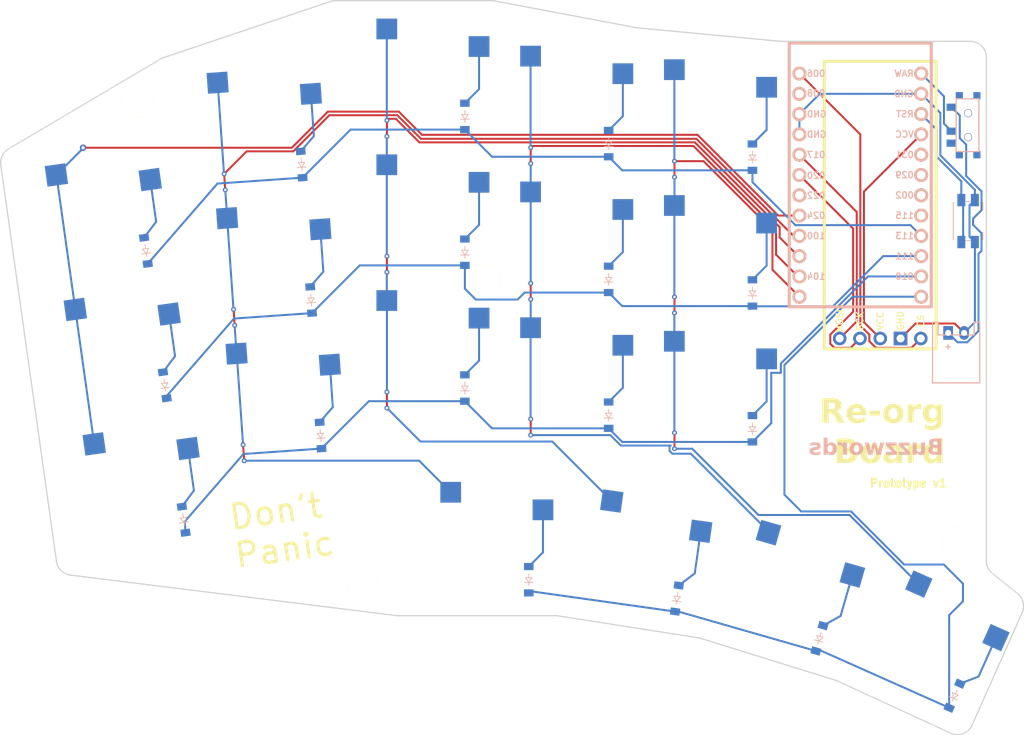
<source format=kicad_pcb>
(kicad_pcb (version 20240108) (generator "pcbnew") (generator_version "8.0")
  (title_block (title "left") (rev "v1.0.0") (company "Unknown"))
  (layers (0 "F.Cu" signal) (31 "B.Cu" signal) (34 "B.Paste" user) (35 "F.Paste" user) (36 "B.SilkS" user "B.Silkscreen") (37 "F.SilkS" user "F.Silkscreen") (38 "B.Mask" user) (39 "F.Mask" user) (44 "Edge.Cuts" user))
  (net 0 "")
  (net 1 "P024")
  (net 2 "pinky_bottom")
  (net 3 "pinky_home")
  (net 4 "pinky_top")
  (net 5 "P100")
  (net 6 "ring_bottom")
  (net 7 "ring_home")
  (net 8 "ring_top")
  (net 9 "P011")
  (net 10 "middle_bottom")
  (net 11 "middle_home")
  (net 12 "middle_top")
  (net 13 "P104")
  (net 14 "index_bottom")
  (net 15 "index_home")
  (net 16 "index_top")
  (net 17 "P106")
  (net 18 "inner_bottom")
  (net 19 "inner_home")
  (net 20 "inner_top")
  (net 21 "thumb1_cluster")
  (net 22 "thumb2_cluster")
  (net 23 "thumb3_cluster")
  (net 24 "thumb4_cluster")
  (net 25 "P010")
  (net 26 "P111")
  (net 27 "P113")
  (net 28 "P009")
  (net 29 "RAW")
  (net 30 "GND")
  (net 31 "RST")
  (net 32 "VCC")
  (net 33 "P031")
  (net 34 "P029")
  (net 35 "P002")
  (net 36 "P115")
  (net 37 "P006")
  (net 38 "P008")
  (net 39 "P017")
  (net 40 "P020")
  (net 41 "P022")
  (net 42 "pos")
  (footprint "E73:SPDT_C128955" (layer "F.Cu") (at 204.24407 54.800818 -90)
    (property "Reference" "T1" (hide yes))
    (property "Value" "" (hide yes))
  )
  (footprint "HOLE_M2_TH" (layer "F.Cu") (at 143.74407 74.200817)
    (property "Reference" "")
    (property "Value" "")
  )
  (footprint "VIA-0.6mm" (layer "F.Cu") (at 113.616737 96.808953 4)
    (property "Reference" "REF**" (hide yes))
    (property "Value" "VIA-0.6mm" (hide yes))
  )
  (footprint "PG1350" (layer "F.Cu") (at 180.763587 112.436001 -16)
    (property "Reference" "S18" (hide yes))
    (property "Value" "" (hide yes))
  )
  (footprint "VIA-0.6mm" (layer "F.Cu") (at 131.484065 54.200822)
    (property "Reference" "REF**" (hide yes))
    (property "Value" "VIA-0.6mm" (hide yes))
  )
  (footprint "VIA-0.6mm" (layer "F.Cu") (at 167.484069 93.300821)
    (property "Reference" "REF**" (hide yes))
    (property "Value" "VIA-0.6mm" (hide yes))
  )
  (footprint "PG1350" (layer "F.Cu") (at 170.744066 70.800822)
    (property "Reference" "S14" (hide yes))
    (property "Value" "" (hide yes))
  )
  (footprint "ComboDiode" (layer "F.Cu") (at 141.244067 87.700821 90)
    (property "Reference" "D7" (hide yes))
    (property "Value" "" (hide yes))
  )
  (footprint "ComboDiode" (layer "F.Cu") (at 103.678219 87.345708 98)
    (property "Reference" "D2" (hide yes))
    (property "Value" "" (hide yes))
  )
  (footprint "ComboDiode" (layer "F.Cu") (at 149.244067 111.700821 90)
    (property "Reference" "D16" (hide yes))
    (property "Value" "" (hide yes))
  )
  (footprint "PG1350" (layer "F.Cu") (at 115.159764 72.14123 4)
    (property "Reference" "S5" (hide yes))
    (property "Value" "" (hide yes))
  )
  (footprint "ComboDiode" (layer "F.Cu") (at 123.178574 93.634222 94)
    (property "Reference" "D4" (hide yes))
    (property "Value" "" (hide yes))
  )
  (footprint "ComboDiode" (layer "F.Cu") (at 177.244065 92.800823 90)
    (property "Reference" "D13" (hide yes))
    (property "Value" "" (hide yes))
  )
  (footprint "lib:niceView_headers" (layer "F.Cu") (at 193.244069 82.800823 90)
    (property "Reference" "niceView1" (hide yes))
    (property "Value" "niceView" (hide yes))
  )
  (footprint "VIA-0.6mm" (layer "F.Cu") (at 131.484066 71.200821)
    (property "Reference" "REF**" (hide yes))
    (property "Value" "VIA-0.6mm" (hide yes))
  )
  (footprint "PG1350" (layer "F.Cu") (at 96.545611 83.298993 8)
    (property "Reference" "S2" (hide yes))
    (property "Value" "" (hide yes))
  )
  (footprint "VIA-0.6mm" (layer "F.Cu") (at 167.484067 61.300818)
    (property "Reference" "REF**" (hide yes))
    (property "Value" "VIA-0.6mm" (hide yes))
  )
  (footprint "VIA-0.6mm" (layer "F.Cu") (at 131.484065 90.200821)
    (property "Reference" "REF**" (hide yes))
    (property "Value" "VIA-0.6mm" (hide yes))
  )
  (footprint "VIA-0.6mm" (layer "F.Cu") (at 111.105503 60.896649 4)
    (property "Reference" "REF**" (hide yes))
    (property "Value" "VIA-0.6mm" (hide yes))
  )
  (footprint "ComboDiode" (layer "F.Cu") (at 121.992708 76.675631 94)
    (property "Reference" "D5" (hide yes))
    (property "Value" "" (hide yes))
  )
  (footprint "Panasonic_EVQPUL_EVQPUC" (layer "F.Cu") (at 204.244068 66.800821 -90)
    (property "Reference" "B1" (hide yes))
    (property "Value" "Panasonic_EVQPUL_EVQPUC" (hide yes))
  )
  (footprint "VIA-0.6mm" (layer "F.Cu") (at 149.484067 57.600821)
    (property "Reference" "REF**" (hide yes))
    (property "Value" "VIA-0.6mm" (hide yes))
  )
  (footprint "HOLE_M2_TH" (layer "F.Cu") (at 128.344067 111.800818)
    (property "Reference" "")
    (property "Value" "")
  )
  (footprint "PG1350" (layer "F.Cu") (at 113.973903 55.182642 4)
    (property "Reference" "S6" (hide yes))
    (property "Value" "" (hide yes))
  )
  (footprint "PG1350" (layer "F.Cu") (at 152.744066 52.100822)
    (property "Reference" "S12" (hide yes))
    (property "Value" "" (hide yes))
  )
  (footprint "VIA-0.6mm" (layer "F.Cu") (at 112.430876 79.850364 4)
    (property "Reference" "REF**" (hide yes))
    (property "Value" "VIA-0.6mm" (hide yes))
  )
  (footprint "ComboDiode" (layer "F.Cu") (at 159.244069 91.100821 90)
    (property "Reference" "D10" (hide yes))
    (property "Value" "" (hide yes))
  )
  (footprint "ComboDiode" (layer "F.Cu") (at 141.244069 53.700819 90)
    (property "Reference" "D9" (hide yes))
    (property "Value" "" (hide yes))
  )
  (footprint "ComboDiode" (layer "F.Cu") (at 101.312278 70.511152 98)
    (property "Reference" "D3" (hide yes))
    (property "Value" "" (hide yes))
  )
  (footprint "VIA-0.6mm" (layer "F.Cu") (at 149.484067 91.600823)
    (property "Reference" "REF**" (hide yes))
    (property "Value" "VIA-0.6mm" (hide yes))
  )
  (footprint "ComboDiode" (layer "F.Cu") (at 120.806851 59.717042 94)
    (property "Reference" "D6" (hide yes))
    (property "Value" "" (hide yes))
  )
  (footprint "ComboDiode" (layer "F.Cu") (at 167.78942 114.052894 82)
    (property "Reference" "D17" (hide yes))
    (property "Value" "" (hide yes))
  )
  (footprint "ComboDiode" (layer "F.Cu") (at 202.544688 126.223938 66)
    (property "Reference" "D19" (hide yes))
    (property "Value" "" (hide yes))
  )
  (footprint "PG1350" (layer "F.Cu") (at 116.345623 89.099819 4)
    (property "Reference" "S4" (hide yes))
    (property "Value" "" (hide yes))
  )
  (footprint "JST_PH_S2B-PH-K_02x2.00mm_Angled" (layer "F.Cu") (at 202.744068 80.800821)
    (property "Reference" "JST1" (hide yes))
    (property "Value" "" (hide yes))
  )
  (footprint "PG1350" (layer "F.Cu") (at 134.74407 65.700816)
    (property "Reference" "S8" (hide yes))
    (property "Value" "" (hide yes))
  )
  (footprint "nice_nano" (layer "F.Cu") (at 190.74407 62.300822 -90)
    (property "Reference" "MCU1" (hide yes))
    (property "Value" "nice_nano" (hide yes))
  )
  (footprint "VIA-0.6mm" (layer "F.Cu") (at 167.48407 76.300819)
    (property "Reference" "REF**" (hide yes))
    (property "Value" "VIA-0.6mm" (hide yes))
  )
  (footprint "VIA-0.6mm" (layer "F.Cu") (at 167.484069 78.30082)
    (property "Reference" "REF**" (hide yes))
    (property "Value" "VIA-0.6mm" (hide yes))
  )
  (footprint "VIA-0.6mm" (layer "F.Cu") (at 149.484068 76.60082)
    (property "Reference" "REF**" (hide yes))
    (property "Value" "VIA-0.6mm" (hide yes))
  )
  (footprint "ComboDiode" (layer "F.Cu") (at 159.244069 74.100823 90)
    (property "Reference" "D11" (hide yes))
    (property "Value" "" (hide yes))
  )
  (footprint "ComboDiode" (layer "F.Cu") (at 141.244065 70.700821 90)
    (property "Reference" "D8" (hide yes))
    (property "Value" "" (hide yes))
  )
  (footprint "VIA-0.6mm" (layer "F.Cu") (at 167.484069 59.300818)
    (property "Reference" "REF**" (hide yes))
    (property "Value" "VIA-0.6mm" (hide yes))
  )
  (footprint "ComboDiode" (layer "F.Cu") (at 177.244071 58.800819 90)
    (property "Reference" "D15" (hide yes))
    (property "Value" "" (hide yes))
  )
  (footprint "ComboDiode" (layer "F.Cu") (at 159.244071 57.100819 90)
    (property "Reference" "D12" (hide yes))
    (property "Value" "" (hide yes))
  )
  (footprint "PG1350" (layer "F.Cu") (at 152.744069 86.10082)
    (property "Reference" "S10" (hide yes))
    (property "Value" "" (hide yes))
  )
  (footprint "PG1350" (layer "F.Cu") (at 170.744066 87.800822)
    (property "Reference" "S13" (hide yes))
    (property "Value" "" (hide yes))
  )
  (footprint "VIA-0.6mm" (layer "F.Cu") (at 131.484066 73.20082)
    (property "Reference" "REF**" (hide yes))
    (property "Value" "VIA-0.6mm" (hide yes))
  )
  (footprint "VIA-0.6mm" (layer "F.Cu") (at 111.245017 62.891775 4)
    (property "Reference" "REF**" (hide yes))
    (property "Value" "VIA-0.6mm" (hide yes))
  )
  (footprint "VIA-0.6mm" (layer "F.Cu") (at 149.484068 74.60082)
    (property "Reference" "REF**" (hide yes))
    (property "Value" "VIA-0.6mm" (hide yes))
  )
  (footprint "ComboDiode" (layer "F.Cu") (at 185.633601 119.033955 74)
    (property "Reference" "D18" (hide yes))
    (property "Value" "" (hide yes))
  )
  (footprint "ComboDiode" (layer "F.Cu") (at 106.044163 104.180267 98)
    (property "Reference" "D1" (hide yes))
    (property "Value" "" (hide yes))
  )
  (footprint "VIA-0.6mm" (layer "F.Cu") (at 167.48407 95.300821)
    (property "Reference" "REF**" (hide yes))
    (property "Value" "VIA-0.6mm" (hide yes))
  )
  (footprint "PG1350" (layer "F.Cu") (at 98.911557 100.133552 8)
    (property "Reference" "S1" (hide yes))
    (property "Value" "" (hide yes))
  )
  (footprint "VIA-0.6mm" (layer "F.Cu") (at 131.484067 56.200822)
    (property "Reference" "REF**" (hide yes))
    (property "Value" "VIA-0.6mm" (hide yes))
  )
  (footprint "VIA-0.6mm" (layer "F.Cu") (at 112.291365 77.855237 4)
    (property "Reference" "REF**" (hide yes))
    (property "Value" "VIA-0.6mm" (hide yes))
  )
  (footprint "PG1350" (layer "F.Cu") (at 198.640327 119.012422 -24)
    (property "Reference" "S19" (hide yes))
    (property "Value" "" (hide yes))
  )
  (footprint "PG1350" (layer "F.Cu") (at 94.179668 66.464437 8)
    (property "Reference" "S3" (hide yes))
    (property "Value" "" (hide yes))
  )
  (footprint "VIA-0.6mm" (layer "F.Cu") (at 131.484068 88.200822)
    (property "Reference" "REF**" (hide yes))
    (property "Value" "VIA-0.6mm" (hide yes))
  )
  (footprint "PG1350" (layer "F.Cu") (at 152.744067 69.100819)
    (property "Reference" "S11" (hide yes))
    (property "Value" "" (hide yes))
  )
  (footprint "PG1350" (layer "F.Cu") (at 142.74407 106.70082)
    (property "Reference" "S16" (hide yes))
    (property "Value" "" (hide yes))
  )
  (footprint "HOLE_M2_TH" (layer "F.Cu") (at 203.00403 106.998654 -24)
    (property "Reference" "")
    (property "Value" "")
  )
  (footprint "PG1350" (layer "F.Cu") (at 170.744068 53.800822)
    (property "Reference" "S15" (hide yes))
    (property "Value" "" (hide yes))
  )
  (footprint "HOLE_M2_TH" (layer "F.Cu") (at 100.210321 51.884707 4)
    (property "Reference" "")
    (property "Value" "")
  )
  (footprint "PG1350" (layer "F.Cu") (at 134.744065 48.700819)
    (property "Reference" "S9" (hide yes))
    (property "Value" "" (hide yes))
  )
  (footprint "ComboDiode" (layer "F.Cu") (at 177.244067 75.800823 90)
    (property "Reference" "D14" (hide yes))
    (property "Value" "" (hide yes))
  )
  (footprint "VIA-0.6mm" (layer "F.Cu") (at 149.48407 93.600823)
    (property "Reference" "REF**" (hide yes))
    (property "Value" "VIA-0.6mm" (hide yes))
  )
  (footprint "PG1350" (layer "F.Cu") (at 162.048547 108.196927 -8)
    (property "Reference" "S17" (hide yes))
    (property "Value" "" (hide yes))
  )
  (footprint "PG1350" (layer "F.Cu") (at 134.744067 82.700822)
    (property "Reference" "S7" (hide yes))
    (property "Value" "" (hide yes))
  )
  (footprint "HOLE_M2_TH" (layer "F.Cu") (at 203.044069 47.80082)
    (property "Reference" "")
    (property "Value" "")
  )
  (footprint "VIA-0.6mm" (layer "F.Cu") (at 149.48407 59.600818)
    (property "Reference" "REF**" (hide yes))
    (property "Value" "VIA-0.6mm" (hide yes))
  )
  (footprint "VIA-0.6mm" (layer "F.Cu") (at 113.477224 94.813824 4)
    (property "Reference" "REF**" (hide yes))
    (property "Value" "VIA-0.6mm" (hide yes))
  )
  (gr_arc (start 144.556834 39.200823) (mid 144.743252 39.20953) (end 144.928047 39.235572) (stroke (width 0.15)) (layer "Edge.Cuts"))
  (gr_arc (start 210.436065 113.43632) (mid 211.128802 114.525139) (end 211.012333 115.810381) (stroke (width 0.15)) (layer "Edge.Cuts"))
  (gr_arc (start 204.524068 44.300823) (mid 205.93828 44.886609) (end 206.52407 46.30082) (stroke (width 0.15)) (layer "Edge.Cuts"))
  (gr_arc (start 170.484044 118.973537) (mid 170.627864 119.001447) (end 170.769255 119.039807) (stroke (width 0.15)) (layer "Edge.Cuts"))
  (gr_line (start 187.633603 124.285778) (end 170.769255 119.039807) (stroke (width 0.15)) (layer "Edge.Cuts"))
  (gr_arc (start 132.867798 116.200822) (mid 132.744304 116.197006) (end 132.621281 116.185572) (stroke (width 0.15)) (layer "Edge.Cuts"))
  (gr_line (start 132.621281 116.185572) (end 91.851762 111.121714) (stroke (width 0.15)) (layer "Edge.Cuts"))
  (gr_line (start 202.072227 130.91191) (end 187.875655 124.378671) (stroke (width 0.15)) (layer "Edge.Cuts"))
  (gr_line (start 162.836251 42.609527) (end 180.650253 44.291961) (stroke (width 0.15)) (layer "Edge.Cuts"))
  (gr_line (start 103.534625 46.336382) (end 124.433746 39.305222) (stroke (width 0.15)) (layer "Edge.Cuts"))
  (gr_arc (start 103.154773 46.510201) (mid 103.340148 46.413345) (end 103.534625 46.336382) (stroke (width 0.15)) (layer "Edge.Cuts"))
  (gr_line (start 206.52407 46.30082) (end 206.524071 109.340701) (stroke (width 0.15)) (layer "Edge.Cuts"))
  (gr_line (start 180.838306 44.300821) (end 204.524068 44.300823) (stroke (width 0.15)) (layer "Edge.Cuts"))
  (gr_line (start 144.928047 39.235572) (end 162.65309 42.583631) (stroke (width 0.15)) (layer "Edge.Cuts"))
  (gr_arc (start 124.433744 39.305222) (mid 124.748371 39.227093) (end 125.071488 39.200822) (stroke (width 0.15)) (layer "Edge.Cuts"))
  (gr_line (start 170.484044 118.973537) (end 152.897558 116.224811) (stroke (width 0.15)) (layer "Edge.Cuts"))
  (gr_line (start 125.071488 39.200822) (end 144.556834 39.200823) (stroke (width 0.15)) (layer "Edge.Cuts"))
  (gr_arc (start 83.140533 59.769882) (mid 83.31904 58.623962) (end 84.103478 57.769763) (stroke (width 0.15)) (layer "Edge.Cuts"))
  (gr_arc (start 207.273246 110.90129) (mid 206.721067 110.20625) (end 206.524071 109.340701) (stroke (width 0.15)) (layer "Edge.Cuts"))
  (gr_line (start 211.012333 115.810381) (end 204.735425 129.90854) (stroke (width 0.15)) (layer "Edge.Cuts"))
  (gr_line (start 207.273245 110.901291) (end 210.436065 113.43632) (stroke (width 0.15)) (layer "Edge.Cuts"))
  (gr_arc (start 152.588715 116.200821) (mid 152.743602 116.206828) (end 152.897558 116.224811) (stroke (width 0.15)) (layer "Edge.Cuts"))
  (gr_line (start 90.117745 109.415312) (end 83.140533 59.769882) (stroke (width 0.15)) (layer "Edge.Cuts"))
  (gr_arc (start 204.735425 129.90854) (mid 203.613459 130.966643) (end 202.072227 130.91191) (stroke (width 0.15)) (layer "Edge.Cuts"))
  (gr_line (start 84.103478 57.769763) (end 103.154776 46.510202) (stroke (width 0.15)) (layer "Edge.Cuts"))
  (gr_arc (start 91.851761 111.121715) (mid 90.695462 110.562485) (end 90.117745 109.415312) (stroke (width 0.15)) (layer "Edge.Cuts"))
  (gr_arc (start 180.838306 44.300821) (mid 180.744175 44.298605) (end 180.650253 44.291961) (stroke (width 0.15)) (layer "Edge.Cuts"))
  (gr_line (start 152.588715 116.200821) (end 132.867799 116.200821) (stroke (width 0.15)) (layer "Edge.Cuts"))
  (gr_arc (start 187.633603 124.285778) (mid 187.756136 124.328298) (end 187.875655 124.378671) (stroke (width 0.15)) (layer "Edge.Cuts"))
  (gr_arc (start 162.836252 42.609529) (mid 162.744371 42.598702) (end 162.65309 42.583631) (stroke (width 0.15)) (layer "Edge.Cuts"))
  (gr_text "Buzzwords" (at 201.2 96.4 0) (layer "B.SilkS") (effects (font (size 2 2) (thickness 0.3) (bold yes)) (justify left bottom mirror)))
  (gr_text "Prototype v1" (at 191.8 100.2 0) (layer "F.SilkS") (effects (font (size 1 1) (thickness 0.25) (bold yes)) (justify left bottom)))
  (gr_text "Re-org\nBoard" (at 201.4 97.6 0) (layer "F.SilkS") (effects (font (size 3 3) (thickness 0.3) (bold yes)) (justify right bottom)))
  (gr_text "Don't\nPanic" (at 111.908155 106.385619 8) (layer "F.SilkS") (effects (font (size 3 3) (thickness 0.4)) (justify left)))
  (segment (start 124.1 53.1) (end 119.579596 57.620404) (width 0.25) (layer "F.Cu") (net 1))
  (segment (start 135.872792 56) (end 132.972792 53.1) (width 0.25) (layer "F.Cu") (net 1))
  (segment (start 180.473971 66.110823) (end 170.363148 56) (width 0.25) (layer "F.Cu") (net 1))
  (segment (start 119.579596 57.620404) (end 93.448077 57.620404) (width 0.25) (layer "F.Cu") (net 1))
  (segment (start 132.972792 53.1) (end 124.1 53.1) (width 0.25) (layer "F.Cu") (net 1))
  (segment (start 170.363148 56) (end 135.872792 56) (width 0.25) (layer "F.Cu") (net 1))
  (segment (start 183.124071 66.110823) (end 180.473971 66.110823) (width 0.25) (layer "F.Cu") (net 1))
  (via (at 93.448077 57.620404) (size 0.8) (drill 0.4) (layers "F.Cu" "B.Cu") (net 1))
  (segment (start 92.474402 77.862689) (end 92.474399 77.862691) (width 0.25) (layer "B.Cu") (net 1))
  (segment (start 93.448075 57.688518) (end 90.108461 61.028134) (width 0.25) (layer "B.Cu") (net 1))
  (segment (start 92.474399 77.862691) (end 92.517113 78.166603) (width 0.25) (layer "B.Cu") (net 1))
  (segment (start 90.108461 61.028133) (end 92.474402 77.862689) (width 0.25) (layer "B.Cu") (net 1))
  (segment (start 92.517113 78.166603) (end 92.517113 78.166604) (width 0.25) (layer "B.Cu") (net 1))
  (segment (start 93.448077 57.620404) (end 93.448075 57.688518) (width 0.25) (layer "B.Cu") (net 1))
  (segment (start 92.517113 78.166604) (end 94.840347 94.697249) (width 0.25) (layer "B.Cu") (net 1))
  (segment (start 107.325219 100.541564) (end 105.814525 102.546325) (width 0.25) (layer "B.Cu") (net 2))
  (segment (start 106.584125 95.26839) (end 107.325219 100.541564) (width 0.25) (layer "B.Cu") (net 2))
  (segment (start 104.218182 78.433831) (end 104.959279 83.70701) (width 0.25) (layer "B.Cu") (net 3))
  (segment (start 104.959279 83.70701) (end 103.448584 85.71177) (width 0.25) (layer "B.Cu") (net 3))
  (segment (start 102.593334 66.872453) (end 101.08264 68.877212) (width 0.25) (layer "B.Cu") (net 4))
  (segment (start 101.85224 61.599273) (end 102.593334 66.872453) (width 0.25) (layer "B.Cu") (net 4))
  (segment (start 112.430878 79.850363) (end 112.430876 79.850364) (width 0.25) (layer "F.Cu") (net 5))
  (segment (start 183.12407 68.650823) (end 182.377575 68.650823) (width 0.25) (layer "F.Cu") (net 5))
  (segment (start 113.477224 94.813824) (end 113.616738 96.808951) (width 0.25) (layer "F.Cu") (net 5))
  (segment (start 119.765992 58.070404) (end 113.931748 58.070404) (width 0.25) (layer "F.Cu") (net 5))
  (segment (start 182.377575 68.650823) (end 170.226752 56.5) (width 0.25) (layer "F.Cu") (net 5))
  (segment (start 124.286396 53.55) (end 119.765992 58.070404) (width 0.25) (layer "F.Cu") (net 5))
  (segment (start 111.245016 62.891774) (end 111.245017 62.891775) (width 0.25) (layer "F.Cu") (net 5))
  (segment (start 112.291365 77.855237) (end 112.430878 79.850363) (width 0.25) (layer "F.Cu") (net 5))
  (segment (start 113.931748 58.070404) (end 111.105503 60.896649) (width 0.25) (layer "F.Cu") (net 5))
  (segment (start 111.105503 60.896649) (end 111.245016 62.891774) (width 0.25) (layer "F.Cu") (net 5))
  (segment (start 135.736396 56.5) (end 132.786396 53.55) (width 0.25) (layer "F.Cu") (net 5))
  (segment (start 113.616738 96.808951) (end 113.616737 96.808953) (width 0.25) (layer "F.Cu") (net 5))
  (segment (start 132.786396 53.55) (end 124.286396 53.55) (width 0.25) (layer "F.Cu") (net 5))
  (segment (start 170.226752 56.5) (end 135.736396 56.5) (width 0.25) (layer "F.Cu") (net 5))
  (segment (start 112.275356 77.841322) (end 112.291365 77.855237) (width 0.25) (layer "B.Cu") (net 5))
  (segment (start 112.663549 83.392765) (end 112.676256 83.574497) (width 0.25) (layer "B.Cu") (net 5))
  (segment (start 113.616737 96.808953) (end 113.62569 96.8) (width 0.25) (layer "B.Cu") (net 5))
  (segment (start 112.663549 83.392765) (end 112.416961 79.866377) (width 0.25) (layer "B.Cu") (net 5))
  (segment (start 110.291828 49.475585) (end 111.089497 60.882731) (width 0.25) (layer "B.Cu") (net 5))
  (segment (start 111.245017 62.891775) (end 111.491604 66.418166) (width 0.25) (layer "B.Cu") (net 5))
  (segment (start 112.692268 83.588416) (end 113.477224 94.813824) (width 0.25) (layer "B.Cu") (net 5))
  (segment (start 111.089497 60.882731) (end 111.105503 60.896649) (width 0.25) (layer "B.Cu") (net 5))
  (segment (start 135.518243 96.8) (end 139.469065 100.750822) (width 0.25) (layer "B.Cu") (net 5))
  (segment (start 112.416961 79.866377) (end 112.430876 79.850364) (width 0.25) (layer "B.Cu") (net 5))
  (segment (start 113.62569 96.8) (end 135.518243 96.8) (width 0.25) (layer "B.Cu") (net 5))
  (segment (start 112.676256 83.574497) (end 112.692268 83.588416) (width 0.25) (layer "B.Cu") (net 5))
  (segment (start 111.491604 66.418166) (end 111.477687 66.434172) (width 0.25) (layer "B.Cu") (net 5))
  (segment (start 111.477687 66.434172) (end 112.275356 77.841322) (width 0.25) (layer "B.Cu") (net 5))
  (segment (start 124.71033 90.093749) (end 123.063471 91.988241) (width 0.25) (layer "B.Cu") (net 6))
  (segment (start 124.338876 84.781718) (end 124.71033 90.093749) (width 0.25) (layer "B.Cu") (net 6))
  (segment (start 123.153019 67.82313) (end 123.524474 73.135155) (width 0.25) (layer "B.Cu") (net 7))
  (segment (start 123.524474 73.135155) (end 121.877612 75.029652) (width 0.25) (layer "B.Cu") (net 7))
  (segment (start 122.338612 56.176568) (end 120.691751 58.071066) (width 0.25) (layer "B.Cu") (net 8))
  (segment (start 121.96716 50.864545) (end 122.338612 56.176568) (width 0.25) (layer "B.Cu") (net 8))
  (segment (start 182.990822 71.190822) (end 180.65 68.85) (width 0.25) (layer "F.Cu") (net 9))
  (segment (start 170.040356 56.95) (end 135.55 56.95) (width 0.25) (layer "F.Cu") (net 9))
  (segment (start 132.6 54) (end 131.684887 54) (width 0.25) (layer "F.Cu") (net 9))
  (segment (start 131.684887 54) (end 131.484065 54.200822) (width 0.25) (layer "F.Cu") (net 9))
  (segment (start 135.55 56.95) (end 132.6 54) (width 0.25) (layer "F.Cu") (net 9))
  (segment (start 131.484065 54.200822) (end 131.484067 56.200822) (width 0.25) (layer "F.Cu") (net 9))
  (segment (start 183.124069 71.190822) (end 182.990822 71.190822) (width 0.25) (layer "F.Cu") (net 9))
  (segment (start 131.484068 88.200822) (end 131.484065 90.200821) (width 0.25) (layer "F.Cu") (net 9))
  (segment (start 180.65 68.85) (end 180.65 67.559644) (width 0.25) (layer "F.Cu") (net 9))
  (segment (start 131.484066 71.200821) (end 131.484066 73.20082) (width 0.25) (layer "F.Cu") (net 9))
  (segment (start 180.65 67.559644) (end 170.040356 56.95) (width 0.25) (layer "F.Cu") (net 9))
  (segment (start 131.469067 76.750818) (end 131.469067 77.091067) (width 0.25) (layer "B.Cu") (net 9))
  (segment (start 135.683244 94.4) (end 152.184457 94.4) (width 0.25) (layer "B.Cu") (net 9))
  (segment (start 131.484065 90.200821) (end 135.683244 94.4) (width 0.25) (layer "B.Cu") (net 9))
  (segment (start 131.469067 77.091067) (end 131.484068 77.106067) (width 0.25) (layer "B.Cu") (net 9))
  (segment (start 131.469065 59.75082) (end 131.469065 71.185821) (width 0.25) (layer "B.Cu") (net 9))
  (segment (start 131.469065 59.75082) (end 131.469064 56.215821) (width 0.25) (layer "B.Cu") (net 9))
  (segment (start 152.184457 94.4) (end 159.633499 101.849042) (width 0.25) (layer "B.Cu") (net 9))
  (segment (start 131.469064 56.215821) (end 131.484067 56.200822) (width 0.25) (layer "B.Cu") (net 9))
  (segment (start 131.469069 54.18582) (end 131.484065 54.200822) (width 0.25) (layer "B.Cu") (net 9))
  (segment (start 131.469065 42.750823) (end 131.469069 54.18582) (width 0.25) (layer "B.Cu") (net 9))
  (segment (start 131.469065 71.185821) (end 131.484066 71.200821) (width 0.25) (layer "B.Cu") (net 9))
  (segment (start 131.469067 76.750818) (end 131.469068 73.215821) (width 0.25) (layer "B.Cu") (net 9))
  (segment (start 131.484068 77.106067) (end 131.484068 88.200822) (width 0.25) (layer "B.Cu") (net 9))
  (segment (start 131.469068 73.215821) (end 131.484066 73.20082) (width 0.25) (layer "B.Cu") (net 9))
  (segment (start 143.019068 84.27582) (end 141.244069 86.050819) (width 0.25) (layer "B.Cu") (net 10))
  (segment (start 143.019071 78.950819) (end 143.019068 84.27582) (width 0.25) (layer "B.Cu") (net 10))
  (segment (start 143.019069 67.275821) (end 141.24407 69.050822) (width 0.25) (layer "B.Cu") (net 11))
  (segment (start 143.019068 61.950821) (end 143.019069 67.275821) (width 0.25) (layer "B.Cu") (net 11))
  (segment (start 143.019067 50.275821) (end 141.244068 52.050822) (width 0.25) (layer "B.Cu") (net 12))
  (segment (start 143.019069 44.950823) (end 143.019067 50.275821) (width 0.25) (layer "B.Cu") (net 12))
  (segment (start 149.484067 57.600821) (end 149.48407 59.600818) (width 0.25) (layer "F.Cu") (net 13))
  (segment (start 149.484067 91.600823) (end 149.48407 93.600823) (width 0.25) (layer "F.Cu") (net 13))
  (segment (start 182.930822 73.730822) (end 180.2 71) (width 0.25) (layer "F.Cu") (net 13))
  (segment (start 180.2 67.74604) (end 169.85396 57.4) (width 0.25) (layer "F.Cu") (net 13))
  (segment (start 169.85396 57.4) (end 149.684888 57.4) (width 0.25) (layer "F.Cu") (net 13))
  (segment (start 149.484068 74.60082) (end 149.484068 76.60082) (width 0.25) (layer "F.Cu") (net 13))
  (segment (start 183.12407 73.730822) (end 182.930822 73.730822) (width 0.25) (layer "F.Cu") (net 13))
  (segment (start 149.684888 57.4) (end 149.484067 57.600821) (width 0.25) (layer "F.Cu") (net 13))
  (segment (start 180.2 71) (end 180.2 67.74604) (width 0.25) (layer "F.Cu") (net 13))
  (segment (start 183.124071 73.730822) (end 182.854893 74) (width 0.25) (layer "F.Cu") (net 13))
  (segment (start 149.484068 63.135823) (end 149.469068 63.150819) (width 0.25) (layer "B.Cu") (net 13))
  (segment (start 166.85907 95.041937) (end 166.85907 95.559705) (width 0.25) (layer "B.Cu") (net 13))
  (segment (start 149.48407 93.600823) (end 149.484893 93.6) (width 0.25) (layer "B.Cu") (net 13))
  (segment (start 149.484068 76.60082) (end 149.484071 80.13582) (width 0.25) (layer "B.Cu") (net 13))
  (segment (start 167.225186 95.925821) (end 169.525821 95.925821) (width 0.25) (layer "B.Cu") (net 13))
  (segment (start 169.525821 95.925821) (end 179.255495 105.655495) (width 0.25) (layer "B.Cu") (net 13))
  (segment (start 166.85907 95.559705) (end 167.225186 95.925821) (width 0.25) (layer "B.Cu") (net 13))
  (segment (start 149.469068 57.585817) (end 149.484067 57.600821) (width 0.25) (layer "B.Cu") (net 13))
  (segment (start 149.484068 74.60082) (end 149.484068 63.165822) (width 0.25) (layer "B.Cu") (net 13))
  (segment (start 149.46907 80.150821) (end 149.46907 91.58582) (width 0.25) (layer "B.Cu") (net 13))
  (segment (start 149.484068 63.165822) (end 149.469068 63.150819) (width 0.25) (layer "B.Cu") (net 13))
  (segment (start 159.456852 93.6) (end 160.757675 94.900822) (width 0.25) (layer "B.Cu") (net 13))
  (segment (start 149.46907 46.150822) (end 149.469068 57.585817) (width 0.25) (layer "B.Cu") (net 13))
  (segment (start 179.255495 105.655495) (end 179.255495 105.813782) (width 0.25) (layer "B.Cu") (net 13))
  (segment (start 149.46907 91.58582) (end 149.484067 91.600823) (width 0.25) (layer "B.Cu") (net 13))
  (segment (start 149.484893 93.6) (end 159.456852 93.6) (width 0.25) (layer "B.Cu") (net 13))
  (segment (start 167.000185 94.900822) (end 166.85907 95.041937) (width 0.25) (layer "B.Cu") (net 13))
  (segment (start 149.48407 59.600818) (end 149.484068 63.135823) (width 0.25) (layer "B.Cu") (net 13))
  (segment (start 149.484071 80.13582) (end 149.46907 80.150821) (width 0.25) (layer "B.Cu") (net 13))
  (segment (start 160.757675 94.900822) (end 167.000185 94.900822) (width 0.25) (layer "B.Cu") (net 13))
  (segment (start 161.019069 87.675822) (end 159.244068 89.450819) (width 0.25) (layer "B.Cu") (net 14))
  (segment (start 161.01907 82.350818) (end 161.019069 87.675822) (width 0.25) (layer "B.Cu") (net 14))
  (segment (start 161.01907 70.675822) (end 159.244069 72.45082) (width 0.25) (layer "B.Cu") (net 15))
  (segment (start 161.019072 65.350817) (end 161.01907 70.675822) (width 0.25) (layer "B.Cu") (net 15))
  (segment (start 161.019069 48.350824) (end 161.019067 53.675822) (width 0.25) (layer "B.Cu") (net 16))
  (segment (start 161.019067 53.675822) (end 159.244069 55.450825) (width 0.25) (layer "B.Cu") (net 16))
  (segment (start 183.12407 76.270822) (end 179.75 72.896752) (width 0.25) (layer "F.Cu") (net 17))
  (segment (start 179.75 72.896752) (end 179.75 67.932436) (width 0.25) (layer "F.Cu") (net 17))
  (segment (start 167.48407 76.300819) (end 167.484069 78.30082) (width 0.25) (layer "F.Cu") (net 17))
  (segment (start 171.118382 59.300818) (end 167.484069 59.300818) (width 0.25) (layer "F.Cu") (net 17))
  (segment (start 167.484069 59.300818) (end 167.484067 61.300818) (width 0.25) (layer "F.Cu") (net 17))
  (segment (start 167.514066 76.270823) (end 167.48407 76.300819) (width 0.25) (layer "F.Cu") (net 17))
  (segment (start 179.75 67.932436) (end 171.118382 59.300818) (width 0.25) (layer "F.Cu") (net 17))
  (segment (start 167.484069 93.300821) (end 167.48407 95.300821) (width 0.25) (layer "F.Cu") (net 17))
  (segment (start 189.4 103.6) (end 198.044762 112.244762) (width 0.25) (layer "B.Cu") (net 17))
  (segment (start 167.46907 81.850821) (end 167.469072 93.28582) (width 0.25) (layer "B.Cu") (net 17))
  (segment (start 167.48407 95.300821) (end 169.700821 95.300821) (width 0.25) (layer "B.Cu") (net 17))
  (segment (start 178 103.6) (end 189.4 103.6) (width 0.25) (layer "B.Cu") (net 17))
  (segment (start 167.469069 78.315821) (end 167.484069 78.30082) (width 0.25) (layer "B.Cu") (net 17))
  (segment (start 167.469068 47.850821) (end 167.469067 59.285816) (width 0.25) (layer "B.Cu") (net 17))
  (segment (start 167.484067 61.300818) (end 167.484068 64.835818) (width 0.25) (layer "B.Cu") (net 17))
  (segment (start 167.469072 93.28582) (end 167.484069 93.300821) (width 0.25) (layer "B.Cu") (net 17))
  (segment (start 198.044762 112.244762) (end 198.068549 112.244762) (width 0.25) (layer "B.Cu") (net 17))
  (segment (start 167.469068 64.850816) (end 167.469071 76.285823) (width 0.25) (layer "B.Cu") (net 17))
  (segment (start 167.46907 81.850821) (end 167.469069 78.315821) (width 0.25) (layer "B.Cu") (net 17))
  (segment (start 169.700821 95.300821) (end 178 103.6) (width 0.25) (layer "B.Cu") (net 17))
  (segment (start 167.469071 76.285823) (end 167.48407 76.300819) (width 0.25) (layer "B.Cu") (net 17))
  (segment (start 167.469067 59.285816) (end 167.484069 59.300818) (width 0.25) (layer "B.Cu") (net 17))
  (segment (start 167.484068 64.835818) (end 167.469068 64.850816) (width 0.25) (layer "B.Cu") (net 17))
  (segment (start 179.019068 89.375819) (end 177.24407 91.15082) (width 0.25) (layer "B.Cu") (net 18))
  (segment (start 179.019067 84.050821) (end 179.019068 89.375819) (width 0.25) (layer "B.Cu") (net 18))
  (segment (start 179.019069 67.050821) (end 179.019067 72.375821) (width 0.25) (layer "B.Cu") (net 19))
  (segment (start 179.019067 72.375821) (end 177.244068 74.150821) (width 0.25) (layer "B.Cu") (net 19))
  (segment (start 179.01907 50.050823) (end 179.019068 55.37582) (width 0.25) (layer "B.Cu") (net 20))
  (segment (start 179.019068 55.37582) (end 177.244068 57.15082) (width 0.25) (layer "B.Cu") (net 20))
  (segment (start 151.019067 108.275821) (end 149.24407 110.050823) (width 0.25) (layer "B.Cu") (net 21))
  (segment (start 151.019071 102.950821) (end 151.019067 108.275821) (width 0.25) (layer "B.Cu") (net 21))
  (segment (start 170.023816 110.90826) (end 168.019058 112.418951) (width 0.25) (layer "B.Cu") (net 22))
  (segment (start 170.764912 105.635079) (end 170.023816 110.90826) (width 0.25) (layer "B.Cu") (net 22))
  (segment (start 189.751665 111.112168) (end 188.283898 116.230888) (width 0.25) (layer "B.Cu") (net 23))
  (segment (start 188.283898 116.230888) (end 186.088399 117.447871) (width 0.25) (layer "B.Cu") (net 23))
  (segment (start 205.559306 123.817001) (end 203.215803 124.71659) (width 0.25) (layer "B.Cu") (net 24))
  (segment (start 207.72518 118.95237) (end 205.559306 123.817001) (width 0.25) (layer "B.Cu") (net 24))
  (segment (start 179.6 85.8) (end 180.8 85.8) (width 0.25) (layer "B.Cu") (net 25))
  (segment (start 191.705573 73.730823) (end 198.36407 73.730823) (width 0.25) (layer "B.Cu") (net 25))
  (segment (start 144.644069 92.750824) (end 141.244067 89.350821) (width 0.25) (layer "B.Cu") (net 25))
  (segment (start 180.8 85.8) (end 180.8 84.636396) (width 0.25) (layer "B.Cu") (net 25))
  (segment (start 106.176018 104.415865) (end 106.273799 105.814211) (width 0.25) (layer "B.Cu") (net 25))
  (segment (start 160.944071 94.450822) (end 159.244068 92.750821) (width 0.25) (layer "B.Cu") (net 25))
  (segment (start 180.8 84.636396) (end 191.705573 73.730823) (width 0.25) (layer "B.Cu") (net 25))
  (segment (start 179.6 92.094888) (end 179.6 85.8) (width 0.25) (layer "B.Cu") (net 25))
  (segment (start 141.244067 89.350821) (end 129.223051 89.35082) (width 0.25) (layer "B.Cu") (net 25))
  (segment (start 159.244068 92.750821) (end 144.644069 92.750824) (width 0.25) (layer "B.Cu") (net 25))
  (segment (start 129.223051 89.35082) (end 123.293668 95.280205) (width 0.25) (layer "B.Cu") (net 25))
  (segment (start 123.293669 95.280205) (end 113.523642 95.963387) (width 0.25) (layer "B.Cu") (net 25))
  (segment (start 177.244066 94.450822) (end 179.6 92.094888) (width 0.25) (layer "B.Cu") (net 25))
  (segment (start 113.523642 95.963387) (end 106.176018 104.415865) (width 0.25) (layer "B.Cu") (net 25))
  (segment (start 177.244073 94.450824) (end 160.944071 94.450822) (width 0.25) (layer "B.Cu") (net 25))
  (segment (start 148.723536 75.75082) (end 147.848535 76.625822) (width 0.25) (layer "B.Cu") (net 26))
  (segment (start 112.337783 79.004799) (end 103.889907 88.72297) (width 0.25) (layer "B.Cu") (net 26))
  (segment (start 187.327878 77.472122) (end 193.609178 71.190822) (width 0.25) (layer "B.Cu") (net 26))
  (segment (start 128.078601 72.350822) (end 122.107809 78.321613) (width 0.25) (layer "B.Cu") (net 26))
  (segment (start 193.609178 71.190822) (end 198.36407 71.190822) (width 0.25) (layer "B.Cu") (net 26))
  (segment (start 141.244069 75.266069) (end 141.244068 72.35082) (width 0.25) (layer "B.Cu") (net 26))
  (segment (start 160.944066 77.45082) (end 159.244068 75.750819) (width 0.25) (layer "B.Cu") (net 26))
  (segment (start 177.244069 77.450818) (end 160.944066 77.45082) (width 0.25) (layer "B.Cu") (net 26))
  (segment (start 159.244068 75.750819) (end 148.723536 75.75082) (width 0.25) (layer "B.Cu") (net 26))
  (segment (start 141.244068 72.350821) (end 128.078601 72.350822) (width 0.25) (layer "B.Cu") (net 26))
  (segment (start 103.889907 88.72297) (end 103.907855 88.979654) (width 0.25) (layer "B.Cu") (net 26))
  (segment (start 147.848535 76.625822) (end 142.603823 76.62582) (width 0.25) (layer "B.Cu") (net 26))
  (segment (start 122.107811 78.321615) (end 112.337783 79.004799) (width 0.25) (layer "B.Cu") (net 26))
  (segment (start 177.265365 77.472122) (end 187.327878 77.472122) (width 0.25) (layer "B.Cu") (net 26))
  (segment (start 177.244068 77.450824) (end 177.265365 77.472122) (width 0.25) (layer "B.Cu") (net 26))
  (segment (start 142.603823 76.62582) (end 141.244069 75.266069) (width 0.25) (layer "B.Cu") (net 26))
  (segment (start 182.626476 67.312122) (end 197.025371 67.312121) (width 0.25) (layer "B.Cu") (net 27))
  (segment (start 110.266939 62.108094) (end 101.541912 72.145095) (width 0.25) (layer "B.Cu") (net 27))
  (segment (start 177.244066 60.450823) (end 160.944069 60.450824) (width 0.25) (layer "B.Cu") (net 27))
  (segment (start 126.934154 55.35082) (end 120.92195 61.363027) (width 0.25) (layer "B.Cu") (net 27))
  (segment (start 141.244069 55.350819) (end 126.934154 55.35082) (width 0.25) (layer "B.Cu") (net 27))
  (segment (start 159.244068 58.750822) (end 144.644068 58.750822) (width 0.25) (layer "B.Cu") (net 27))
  (segment (start 197.025371 67.312121) (end 198.364071 68.650821) (width 0.25) (layer "B.Cu") (net 27))
  (segment (start 120.921952 61.363026) (end 110.266939 62.108094) (width 0.25) (layer "B.Cu") (net 27))
  (segment (start 177.24407 61.929718) (end 182.626476 67.312122) (width 0.25) (layer "B.Cu") (net 27))
  (segment (start 177.244071 60.450818) (end 177.24407 61.929718) (width 0.25) (layer "B.Cu") (net 27))
  (segment (start 144.644068 58.750822) (end 141.244068 55.35082) (width 0.25) (layer "B.Cu") (net 27))
  (segment (start 160.944069 60.450824) (end 159.244068 58.750822) (width 0.25) (layer "B.Cu") (net 27))
  (segment (start 167.559787 115.686837) (end 149.510361 113.150155) (width 0.25) (layer "B.Cu") (net 28))
  (segment (start 201.873575 127.731288) (end 185.566861 120.471072) (width 0.25) (layer "B.Cu") (net 28))
  (segment (start 201.873574 127.731289) (end 201.873574 116.126426) (width 0.25) (layer "B.Cu") (net 28))
  (segment (start 181.25 84.822792) (end 189.80197 76.270822) (width 0.25) (layer "B.Cu") (net 28))
  (segment (start 189.80197 76.270822) (end 198.364069 76.270822) (width 0.25) (layer "B.Cu") (net 28))
  (segment (start 189.586396 103.15) (end 183.35 103.15) (width 0.25) (layer "B.Cu") (net 28))
  (segment (start 167.701241 115.608428) (end 167.559787 115.686837) (width 0.25) (layer "B.Cu") (net 28))
  (segment (start 196.236396 109.8) (end 189.586396 103.15) (width 0.25) (layer "B.Cu") (net 28))
  (segment (start 181.25 101.05) (end 181.25 84.822792) (width 0.25) (layer "B.Cu") (net 28))
  (segment (start 183.35 103.15) (end 181.25 101.05) (width 0.25) (layer "B.Cu") (net 28))
  (segment (start 149.510361 113.150155) (end 149.244064 113.350824) (width 0.25) (layer "B.Cu") (net 28))
  (segment (start 201.873574 116.126426) (end 203.6 114.4) (width 0.25) (layer "B.Cu") (net 28))
  (segment (start 203.6 112.2) (end 201.2 109.8) (width 0.25) (layer "B.Cu") (net 28))
  (segment (start 203.6 114.4) (end 203.6 112.2) (width 0.25) (layer "B.Cu") (net 28))
  (segment (start 185.566861 120.471072) (end 185.178795 120.620037) (width 0.25) (layer "B.Cu") (net 28))
  (segment (start 201.2 109.8) (end 196.236396 109.8) (width 0.25) (layer "B.Cu") (net 28))
  (segment (start 185.178797 120.620037) (end 167.701241 115.608428) (width 0.25) (layer "B.Cu") (net 28))
  (segment (start 202.16907 55.550819) (end 201.21907 54.600819) (width 0.25) (layer "B.Cu") (net 29))
  (segment (start 201.219069 51.185822) (end 198.36407 48.330822) (width 0.25) (layer "B.Cu") (net 29))
  (segment (start 201.21907 54.600819) (end 201.219069 51.185822) (width 0.25) (layer "B.Cu") (net 29))
  (segment (start 195.784069 81.500823) (end 197.659071 79.625819) (width 0.25) (layer "F.Cu") (net 30))
  (segment (start 197.659071 79.625819) (end 202.569068 79.62582) (width 0.25) (layer "F.Cu") (net 30))
  (segment (start 202.569068 79.62582) (end 203.744068 80.800819) (width 0.25) (layer "F.Cu") (net 30))
  (segment (start 200.76907 53.275821) (end 198.364071 50.870822) (width 0.25) (layer "B.Cu") (net 30))
  (segment (start 204.419069 64.85082) (end 205.094067 64.175821) (width 0.25) (layer "B.Cu") (net 30))
  (segment (start 183.12407 53.410822) (end 183.124071 55.950822) (width 0.25) (layer "B.Cu") (net 30))
  (segment (start 200.76907 58.56907) (end 200.76907 53.275821) (width 0.25) (layer "B.Cu") (net 30))
  (segment (start 205.094067 64.175821) (end 205.094067 62.894067) (width 0.25) (layer "B.Cu") (net 30))
  (segment (start 198.364071 50.870822) (end 185.66407 50.870822) (width 0.25) (layer "B.Cu") (net 30))
  (segment (start 204.419068 68.750821) (end 204.419069 64.85082) (width 0.25) (layer "B.Cu") (net 30))
  (segment (start 185.66407 50.870822) (end 183.12407 53.410822) (width 0.25) (layer "B.Cu") (net 30))
  (segment (start 205.094068 69.425821) (end 205.094068 79.45082) (width 0.25) (layer "B.Cu") (net 30))
  (segment (start 205.094068 69.425821) (end 204.419068 68.750821) (width 0.25) (layer "B.Cu") (net 30))
  (segment (start 205.094067 62.894067) (end 200.76907 58.56907) (width 0.25) (layer "B.Cu") (net 30))
  (segment (start 205.094068 79.45082) (end 203.744068 80.800819) (width 0.25) (layer "B.Cu") (net 30))
  (segment (start 203.394068 61.830464) (end 200.319069 58.755465) (width 0.25) (layer "B.Cu") (net 31))
  (segment (start 203.394068 64.175821) (end 203.394068 61.830464) (width 0.25) (layer "B.Cu") (net 31))
  (segment (start 203.394068 64.175821) (end 203.619068 64.40082) (width 0.25) (layer "B.Cu") (net 31))
  (segment (start 200.319069 55.365822) (end 198.364069 53.410823) (width 0.25) (layer "B.Cu") (net 31))
  (segment (start 203.619068 64.40082) (end 203.619068 69.200822) (width 0.25) (layer "B.Cu") (net 31))
  (segment (start 200.319069 58.755465) (end 200.319069 55.365822) (width 0.25) (layer "B.Cu") (net 31))
  (segment (start 203.619068 69.200822) (end 203.394068 69.42582) (width 0.25) (layer "B.Cu") (net 31))
  (segment (start 193.244069 81.500824) (end 191.2 79.456755) (width 0.25) (layer "F.Cu") (net 32))
  (segment (start 191.2 79.456755) (end 191.2 63.114893) (width 0.25) (layer "F.Cu") (net 32))
  (segment (start 191.2 63.114893) (end 198.364071 55.950822) (width 0.25) (layer "F.Cu") (net 32))
  (segment (start 191.879069 81.014122) (end 190.75 79.885053) (width 0.25) (layer "F.Cu") (net 37))
  (segment (start 191.879069 81.851396) (end 191.879069 81.014122) (width 0.25) (layer "F.Cu") (net 37))
  (segment (start 197.149068 82.675824) (end 192.703496 82.675823) (width 0.25) (layer "F.Cu") (net 37))
  (segment (start 190.75 79.885053) (end 190.75 55.956751) (width 0.25) (layer "F.Cu") (net 37))
  (segment (start 192.703496 82.675823) (end 191.879069 81.851396) (width 0.25) (layer "F.Cu") (net 37))
  (segment (start 190.75 55.956751) (end 183.12407 48.330821) (width 0.25) (layer "F.Cu") (net 37))
  (segment (start 198.324068 81.500824) (end 197.149068 82.675824) (width 0.25) (layer "F.Cu") (net 37))
  (segment (start 190.3 65.666753) (end 183.12407 58.490823) (width 0.25) (layer "F.Cu") (net 39))
  (segment (start 188.164068 81.500822) (end 190.3 79.36489) (width 0.25) (layer "F.Cu") (net 39))
  (segment (start 190.3 79.36489) (end 190.3 65.666753) (width 0.25) (layer "F.Cu") (net 39))
  (segment (start 189.529069 82.675822) (end 187.503496 82.675824) (width 0.25) (layer "F.Cu") (net 40))
  (segment (start 186.989068 82.161396) (end 186.989068 81.014122) (width 0.25) (layer "F.Cu") (net 40))
  (segment (start 187.503496 82.675824) (end 186.989068 82.161396) (width 0.25) (layer "F.Cu") (net 40))
  (segment (start 189.85 78.15319) (end 189.85 67.756751) (width 0.25) (layer "F.Cu") (net 40))
  (segment (start 189.85 67.756751) (end 183.12407 61.030821) (width 0.25) (layer "F.Cu") (net 40))
  (segment (start 186.989068 81.014122) (end 189.85 78.15319) (width 0.25) (layer "F.Cu") (net 40))
  (segment (start 190.704067 81.500822) (end 189.529069 82.675822) (width 0.25) (layer "F.Cu") (net 40))
  (segment (start 202.919067 81.975821) (end 201.744068 80.800819) (width 0.25) (layer "B.Cu") (net 42))
  (segment (start 205.544068 80.558968) (end 204.127216 81.97582) (width 0.25) (layer "B.Cu") (net 42))
  (segment (start 205.919068 65.440161) (end 204.869068 66.49016) (width 0.25) (layer "B.Cu") (net 42))
  (segment (start 204 61.156754) (end 205.919068 63.075822) (width 0.25) (layer "B.Cu") (net 42))
  (segment (start 205.919068 63.075822) (end 205.919068 65.440161) (width 0.25) (layer "B.Cu") (net 42))
  (segment (start 205.544068 70.900821) (end 205.544068 80.558968) (width 0.25) (layer "B.Cu") (net 42))
  (segment (start 204 57.223474) (end 204 61.156754) (width 0.25) (layer "B.Cu") (net 42))
  (segment (start 203.2 53.581749) (end 203.2 56.423474) (width 0.25) (layer "B.Cu") (net 42))
  (segment (start 204.869068 67.27582) (end 205.919068 68.32582) (width 0.25) (layer "B.Cu") (net 42))
  (segment (start 203.2 56.423474) (end 204 57.223474) (width 0.25) (layer "B.Cu") (net 42))
  (segment (start 204.869068 66.49016) (end 204.869068 67.27582) (width 0.25) (layer "B.Cu") (net 42))
  (segment (start 205.919068 70.525821) (end 205.544068 70.900821) (width 0.25) (layer "B.Cu") (net 42))
  (segment (start 205.919068 68.32582) (end 205.919068 70.525821) (width 0.25) (layer "B.Cu") (net 42))
  (segment (start 204.127216 81.97582) (end 202.919067 81.975821) (width 0.25) (layer "B.Cu") (net 42))
  (segment (start 202.169069 52.550818) (end 203.2 53.581749) (width 0.25) (layer "B.Cu") (net 42))
)
</source>
